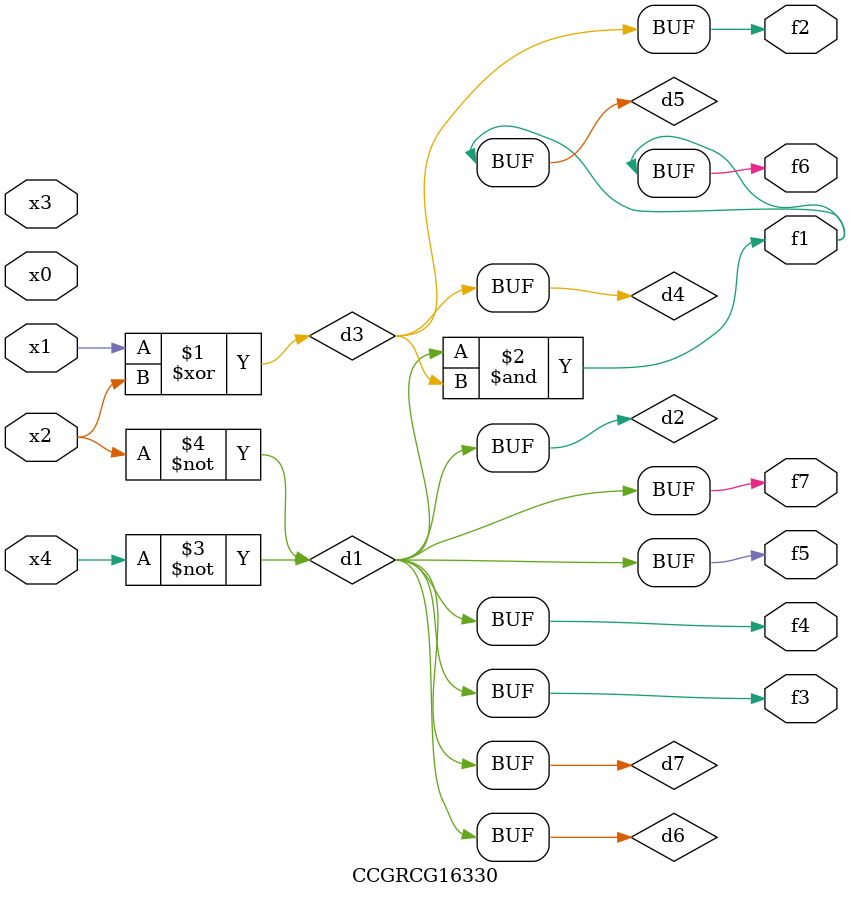
<source format=v>
module CCGRCG16330(
	input x0, x1, x2, x3, x4,
	output f1, f2, f3, f4, f5, f6, f7
);

	wire d1, d2, d3, d4, d5, d6, d7;

	not (d1, x4);
	not (d2, x2);
	xor (d3, x1, x2);
	buf (d4, d3);
	and (d5, d1, d3);
	buf (d6, d1, d2);
	buf (d7, d2);
	assign f1 = d5;
	assign f2 = d4;
	assign f3 = d7;
	assign f4 = d7;
	assign f5 = d7;
	assign f6 = d5;
	assign f7 = d7;
endmodule

</source>
